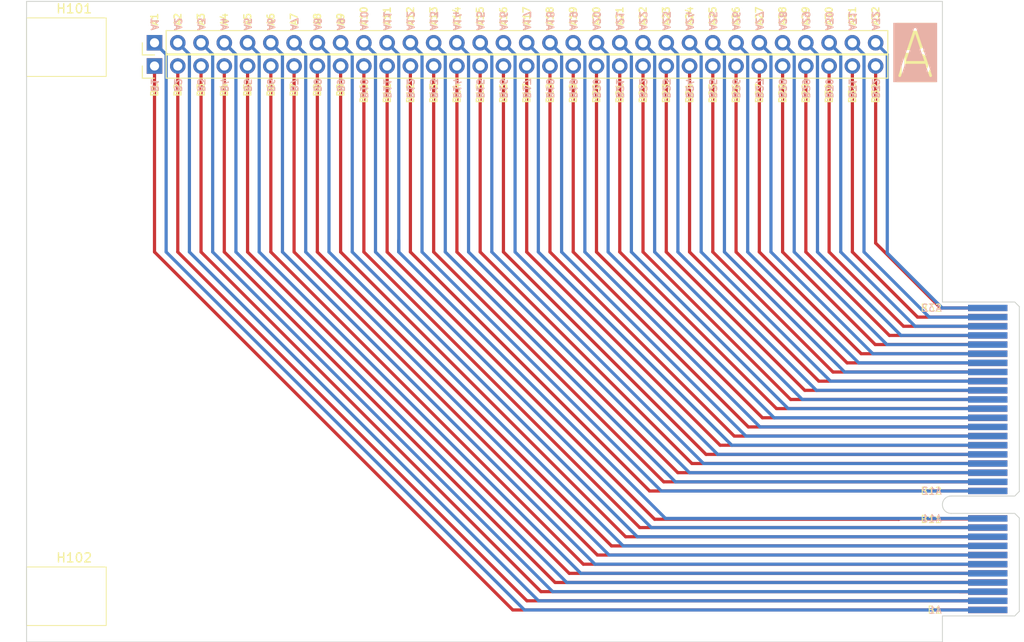
<source format=kicad_pcb>
(kicad_pcb (version 20241229) (generator "pcbnew") (generator_version "9.0")
  (layers (0 "F.Cu" signal) (2 "B.Cu" signal) (13 "F.Paste" user) (15 "B.Paste" user) (5 "F.SilkS" user "F.Silkscreen") (7 "B.SilkS" user "B.Silkscreen") (1 "F.Mask" user) (3 "B.Mask" user) (25 "Edge.Cuts" user))
  (net 0 "")
  (net 1 "Net-(J101-Pin_B26)")
  (net 2 "Net-(J101-Pin_B30)")
  (net 3 "Net-(J101-Pin_B27)")
  (net 4 "Net-(J101-Pin_B19)")
  (net 5 "Net-(J101-Pin_A32)")
  (net 6 "Net-(J101-Pin_A24)")
  (net 7 "Net-(J101-Pin_B6)")
  (net 8 "Net-(J101-Pin_A17)")
  (net 9 "Net-(J101-Pin_A21)")
  (net 10 "Net-(J101-Pin_B8)")
  (net 11 "Net-(J101-Pin_B5)")
  (net 12 "Net-(J101-Pin_A8)")
  (net 13 "Net-(J101-Pin_B20)")
  (net 14 "Net-(J101-Pin_B4)")
  (net 15 "Net-(J101-Pin_A15)")
  (net 16 "Net-(J101-Pin_B31)")
  (net 17 "Net-(J101-Pin_B17)")
  (net 18 "Net-(J101-Pin_A29)")
  (net 19 "Net-(J101-Pin_B2)")
  (net 20 "Net-(J101-Pin_A19)")
  (net 21 "Net-(J101-Pin_B11)")
  (net 22 "Net-(J101-Pin_A23)")
  (net 23 "Net-(J101-Pin_A31)")
  (net 24 "Net-(J101-Pin_A27)")
  (net 25 "Net-(J101-Pin_B18)")
  (net 26 "Net-(J101-Pin_B13)")
  (net 27 "Net-(J101-Pin_A9)")
  (net 28 "Net-(J101-Pin_A10)")
  (net 29 "Net-(J101-Pin_A12)")
  (net 30 "Net-(J101-Pin_A3)")
  (net 31 "Net-(J101-Pin_B32)")
  (net 32 "Net-(J101-Pin_A16)")
  (net 33 "Net-(J101-Pin_B1)")
  (net 34 "Net-(J101-Pin_A28)")
  (net 35 "Net-(J101-Pin_A20)")
  (net 36 "Net-(J101-Pin_A18)")
  (net 37 "Net-(J101-Pin_A13)")
  (net 38 "Net-(J101-Pin_B21)")
  (net 39 "Net-(J101-Pin_A5)")
  (net 40 "Net-(J101-Pin_A7)")
  (net 41 "Net-(J101-Pin_B7)")
  (net 42 "Net-(J101-Pin_B24)")
  (net 43 "Net-(J101-Pin_A6)")
  (net 44 "Net-(J101-Pin_A2)")
  (net 45 "Net-(J101-Pin_A1)")
  (net 46 "Net-(J101-Pin_B12)")
  (net 47 "Net-(J101-Pin_A25)")
  (net 48 "Net-(J101-Pin_B29)")
  (net 49 "Net-(J101-Pin_B28)")
  (net 50 "Net-(J101-Pin_A22)")
  (net 51 "Net-(J101-Pin_B9)")
  (net 52 "Net-(J101-Pin_B14)")
  (net 53 "Net-(J101-Pin_B22)")
  (net 54 "Net-(J101-Pin_B16)")
  (net 55 "Net-(J101-Pin_B23)")
  (net 56 "Net-(J101-Pin_A26)")
  (net 57 "Net-(J101-Pin_A4)")
  (net 58 "Net-(J101-Pin_B15)")
  (net 59 "Net-(J101-Pin_A14)")
  (net 60 "Net-(J101-Pin_A30)")
  (net 61 "Net-(J101-Pin_B10)")
  (net 62 "Net-(J101-Pin_A11)")
  (net 63 "Net-(J101-Pin_B25)")
  (net 64 "Net-(J101-Pin_B3)")
  (footprint "Connector_PinHeader_2.54mm:PinHeader_1x32_P2.54mm_Vertical" (layer "F.Cu") (at 99.47 50.56 90)
    (property "Reference" "J103" (hide yes))
    (property "Value" "Conn_01x32")
  )
  (footprint "Connector_PinHeader_2.54mm:PinHeader_1x32_P2.54mm_Vertical" (layer "F.Cu") (at 99.47 48.02 90)
    (property "Reference" "J102" (hide yes))
    (property "Value" "Conn_01x32")
  )
  (footprint "Mechanical Prototype:MountingBracket_612_M3" (layer "F.Cu") (at 90.7 108.5)
    (property "Reference" "H102")
    (property "Value" "MountingBracket_612")
  )
  (footprint "Mechanical Prototype:BUS_PCIexpress_x4" (layer "F.Cu") (at 190.45 110 90)
    (property "Reference" "J101" (hide yes))
    (property "Value" "Conn_02x32_Row_Letter_First")
    (fp_line (start 33.65 -4.95) (end 33.65 2.95) (stroke (width 0.1)) (layer "Edge.Cuts"))
    (fp_line (start -0.65 -4.95) (end -0.65 2.95) (stroke (width 0.1)) (layer "Edge.Cuts"))
    (fp_line (start 12.45 -4) (end 12.45 2.95) (stroke (width 0.1)) (layer "Edge.Cuts"))
    (fp_line (start 10.55 -4) (end 10.55 2.95) (stroke (width 0.1)) (layer "Edge.Cuts"))
    (fp_line (start 33.65 2.95) (end 33.15 3.45) (stroke (width 0.1)) (layer "Edge.Cuts"))
    (fp_line (start 12.45 2.95) (end 12.95 3.45) (stroke (width 0.1)) (layer "Edge.Cuts"))
    (fp_line (start 10.55 2.95) (end 10.05 3.45) (stroke (width 0.1)) (layer "Edge.Cuts"))
    (fp_line (start -0.65 2.95) (end -0.15 3.45) (stroke (width 0.1)) (layer "Edge.Cuts"))
    (fp_line (start 12.95 3.45) (end 33.15 3.45) (stroke (width 0.1)) (layer "Edge.Cuts"))
    (fp_line (start -0.15 3.45) (end 10.05 3.45) (stroke (width 0.1)) (layer "Edge.Cuts"))
    (fp_arc (start 10.55 -4) (mid 11.5 -4.95) (end 12.45 -4) (stroke (width 0.1)) (layer "Edge.Cuts"))
  )
  (footprint "Mechanical Prototype:MountingBracket_612_M3" (layer "F.Cu") (at 90.7 48.5)
    (property "Reference" "H101")
    (property "Value" "MountingBracket_612")
  )
  (gr_line (start 185.5 43.5) (end 85.5 43.5) (stroke (width 0.1)) (layer "Edge.Cuts"))
  (gr_line (start 185.5 113.5) (end 185.5 110.65) (stroke (width 0.1)) (layer "Edge.Cuts"))
  (gr_line (start 85.5 113.5) (end 185.5 113.5) (stroke (width 0.1)) (layer "Edge.Cuts"))
  (gr_line (start 185.5 76.35) (end 185.5 43.5) (stroke (width 0.1)) (layer "Edge.Cuts"))
  (gr_line (start 85.5 43.5) (end 85.5 113.5) (stroke (width 0.1)) (layer "Edge.Cuts"))
  (gr_text "B25" (at 160.43 52.338 90) (layer "F.SilkS") (effects (font (size 0.75 0.75) (thickness 0.15) (bold yes)) (justify right)))
  (gr_text "A13" (at 129.95 46.242 90) (layer "F.SilkS") (effects (font (size 0.75 0.75) (thickness 0.15) (bold yes)) (justify left)))
  (gr_text "B1\n" (at 185.5 110 0) (layer "F.SilkS") (effects (font (size 0.8 0.8) (thickness 0.1)) (justify right)))
  (gr_text "A7" (at 114.71 46.242 90) (layer "F.SilkS") (effects (font (size 0.75 0.75) (thickness 0.15) (bold yes)) (justify left)))
  (gr_text "A21" (at 150.27 46.242 90) (layer "F.SilkS") (effects (font (size 0.75 0.75) (thickness 0.15) (bold yes)) (justify left)))
  (gr_text "A2" (at 102.01 46.242 90) (layer "F.SilkS") (effects (font (size 0.75 0.75) (thickness 0.15) (bold yes)) (justify left)))
  (gr_text "A12" (at 127.41 46.242 90) (layer "F.SilkS") (effects (font (size 0.75 0.75) (thickness 0.15) (bold yes)) (justify left)))
  (gr_text "B19" (at 145.19 52.338 90) (layer "F.SilkS") (effects (font (size 0.75 0.75) (thickness 0.15) (bold yes)) (justify right)))
  (gr_text "A14" (at 132.49 46.242 90) (layer "F.SilkS") (effects (font (size 0.75 0.75) (thickness 0.15) (bold yes)) (justify left)))
  (gr_text "A3" (at 104.55 46.242 90) (layer "F.SilkS") (effects (font (size 0.75 0.75) (thickness 0.15) (bold yes)) (justify left)))
  (gr_text "B5" (at 109.63 52.338 90) (layer "F.SilkS") (effects (font (size 0.75 0.75) (thickness 0.15) (bold yes)) (justify right)))
  (gr_text "A32" (at 178.21 46.242 90) (layer "F.SilkS") (effects (font (size 0.75 0.75) (thickness 0.15) (bold yes)) (justify left)))
  (gr_text "B1" (at 99.47 52.338 90) (layer "F.SilkS") (effects (font (size 0.75 0.75) (thickness 0.15) (bold yes)) (justify right)))
  (gr_text "B4" (at 107.09 52.338 90) (layer "F.SilkS") (effects (font (size 0.75 0.75) (thickness 0.15) (bold yes)) (justify right)))
  (gr_text "B18" (at 142.65 52.338 90) (layer "F.SilkS") (effects (font (size 0.75 0.75) (thickness 0.15) (bold yes)) (justify right)))
  (gr_text "B16" (at 137.57 52.338 90) (layer "F.SilkS") (effects (font (size 0.75 0.75) (thickness 0.15) (bold yes)) (justify right)))
  (gr_text "B28" (at 168.05 52.338 90) (layer "F.SilkS") (effects (font (size 0.75 0.75) (thickness 0.15) (bold yes)) (justify right)))
  (gr_text "B22" (at 152.81 52.338 90) (layer "F.SilkS") (effects (font (size 0.75 0.75) (thickness 0.15) (bold yes)) (justify right)))
  (gr_text "B31" (at 175.67 52.338 90) (layer "F.SilkS") (effects (font (size 0.75 0.75) (thickness 0.15) (bold yes)) (justify right)))
  (gr_text "A18" (at 142.65 46.242 90) (layer "F.SilkS") (effects (font (size 0.75 0.75) (thickness 0.15) (bold yes)) (justify left)))
  (gr_text "B8" (at 117.25 52.338 90) (layer "F.SilkS") (effects (font (size 0.75 0.75) (thickness 0.15) (bold yes)) (justify right)))
  (gr_text "A20" (at 147.73 46.242 90) (layer "F.SilkS") (effects (font (size 0.75 0.75) (thickness 0.15) (bold yes)) (justify left)))
  (gr_text "B32" (at 185.5 77 0) (layer "F.SilkS") (effects (font (size 0.8 0.8) (thickness 0.1)) (justify right)))
  (gr_text "A8" (at 117.25 46.242 90) (layer "F.SilkS") (effects (font (size 0.75 0.75) (thickness 0.15) (bold yes)) (justify left)))
  (gr_text "B11" (at 124.87 52.338 90) (layer "F.SilkS") (effects (font (size 0.75 0.75) (thickness 0.15) (bold yes)) (justify right)))
  (gr_text "B12" (at 185.5 97 0) (layer "F.SilkS") (effects (font (size 0.8 0.8) (thickness 0.1)) (justify right)))
  (gr_text "A25" (at 160.43 46.242 90) (layer "F.SilkS") (effects (font (size 0.75 0.75) (thickness 0.15) (bold yes)) (justify left)))
  (gr_text "B12" (at 127.41 52.338 90) (layer "F.SilkS") (effects (font (size 0.75 0.75) (thickness 0.15) (bold yes)) (justify right)))
  (gr_text "A4" (at 107.09 46.242 90) (layer "F.SilkS") (effects (font (size 0.75 0.75) (thickness 0.15) (bold yes)) (justify left)))
  (gr_text "B15" (at 135.03 52.338 90) (layer "F.SilkS") (effects (font (size 0.75 0.75) (thickness 0.15) (bold yes)) (justify right)))
  (gr_text "A6" (at 112.17 46.242 90) (layer "F.SilkS") (effects (font (size 0.75 0.75) (thickness 0.15) (bold yes)) (justify left)))
  (gr_text "B24" (at 157.89 52.338 90) (layer "F.SilkS") (effects (font (size 0.75 0.75) (thickness 0.15) (bold yes)) (justify right)))
  (gr_text "A17" (at 140.11 46.242 90) (layer "F.SilkS") (effects (font (size 0.75 0.75) (thickness 0.15) (bold yes)) (justify left)))
  (gr_text "B7" (at 114.71 52.338 90) (layer "F.SilkS") (effects (font (size 0.75 0.75) (thickness 0.15) (bold yes)) (justify right)))
  (gr_text "A19" (at 145.19 46.242 90) (layer "F.SilkS") (effects (font (size 0.75 0.75) (thickness 0.15) (bold yes)) (justify left)))
  (gr_text "A15" (at 135.03 46.242 90) (layer "F.SilkS") (effects (font (size 0.75 0.75) (thickness 0.15) (bold yes)) (justify left)))
  (gr_text "A16" (at 137.57 46.242 90) (layer "F.SilkS") (effects (font (size 0.75 0.75) (thickness 0.15) (bold yes)) (justify left)))
  (gr_text "B3" (at 104.55 52.338 90) (layer "F.SilkS") (effects (font (size 0.75 0.75) (thickness 0.15) (bold yes)) (justify right)))
  (gr_text "B29" (at 170.59 52.338 90) (layer "F.SilkS") (effects (font (size 0.75 0.75) (thickness 0.15) (bold yes)) (justify right)))
  (gr_text "B17" (at 140.11 52.338 90) (layer "F.SilkS") (effects (font (size 0.75 0.75) (thickness 0.15) (bold yes)) (justify right)))
  (gr_text "A9" (at 119.79 46.242 90) (layer "F.SilkS") (effects (font (size 0.75 0.75) (thickness 0.15) (bold yes)) (justify left)))
  (gr_text "B30" (at 173.13 52.338 90) (layer "F.SilkS") (effects (font (size 0.75 0.75) (thickness 0.15) (bold yes)) (justify right)))
  (gr_text "B14" (at 132.49 52.338 90) (layer "F.SilkS") (effects (font (size 0.75 0.75) (thickness 0.15) (bold yes)) (justify right)))
  (gr_text "B2" (at 102.01 52.338 90) (layer "F.SilkS") (effects (font (size 0.75 0.75) (thickness 0.15) (bold yes)) (justify right)))
  (gr_text "A22" (at 152.81 46.242 90) (layer "F.SilkS") (effects (font (size 0.75 0.75) (thickness 0.15) (bold yes)) (justify left)))
  (gr_text "A10" (at 122.33 46.242 90) (layer "F.SilkS") (effects (font (size 0.75 0.75) (thickness 0.15) (bold yes)) (justify left)))
  (gr_text "A29" (at 170.59 46.242 90) (layer "F.SilkS") (effects (font (size 0.75 0.75) (thickness 0.15) (bold yes)) (justify left)))
  (gr_text "A28" (at 168.05 46.242 90) (layer "F.SilkS") (effects (font (size 0.75 0.75) (thickness 0.15) (bold yes)) (justify left)))
  (gr_text "A30" (at 173.13 46.242 90) (layer "F.SilkS") (effects (font (size 0.75 0.75) (thickness 0.15) (bold yes)) (justify left)))
  (gr_text "B9" (at 119.79 52.338 90) (layer "F.SilkS") (effects (font (size 0.75 0.75) (thickness 0.15) (bold yes)) (justify right)))
  (gr_text "B13" (at 129.95 52.338 90) (layer "F.SilkS") (effects (font (size 0.75 0.75) (thickness 0.15) (bold yes)) (justify right)))
  (gr_text "A27" (at 165.51 46.242 90) (layer "F.SilkS") (effects (font (size 0.75 0.75) (thickness 0.15) (bold yes)) (justify left)))
  (gr_text "A1" (at 99.47 46.242 90) (layer "F.SilkS") (effects (font (size 0.75 0.75) (thickness 0.15) (bold yes)) (justify left)))
  (gr_text "B26" (at 162.97 52.338 90) (layer "F.SilkS") (effects (font (size 0.75 0.75) (thickness 0.15) (bold yes)) (justify right)))
  (gr_text "B6" (at 112.17 52.338 90) (layer "F.SilkS") (effects (font (size 0.75 0.75) (thickness 0.15) (bold yes)) (justify right)))
  (gr_text "B27" (at 165.51 52.338 90) (layer "F.SilkS") (effects (font (size 0.75 0.75) (thickness 0.15) (bold yes)) (justify right)))
  (gr_text "A26" (at 162.97 46.242 90) (layer "F.SilkS") (effects (font (size 0.75 0.75) (thickness 0.15) (bold yes)) (justify left)))
  (gr_text "B21" (at 150.27 52.338 90) (layer "F.SilkS") (effects (font (size 0.75 0.75) (thickness 0.15) (bold yes)) (justify right)))
  (gr_text "A24" (at 157.89 46.242 90) (layer "F.SilkS") (effects (font (size 0.75 0.75) (thickness 0.15) (bold yes)) (justify left)))
  (gr_text "B" (at 182.528 49.29 0) (layer "F.SilkS" knockout) (effects (font (size 5.06 5.06) (thickness 0.3) (bold yes))))
  (gr_text "B20" (at 147.73 52.338 90) (layer "F.SilkS") (effects (font (size 0.75 0.75) (thickness 0.15) (bold yes)) (justify right)))
  (gr_text "B10" (at 122.33 52.338 90) (layer "F.SilkS") (effects (font (size 0.75 0.75) (thickness 0.15) (bold yes)) (justify right)))
  (gr_text "B11" (at 185.5 100.1 0) (layer "F.SilkS") (effects (font (size 0.8 0.8) (thickness 0.1)) (justify right)))
  (gr_text "B23" (at 155.35 52.338 90) (layer "F.SilkS") (effects (font (size 0.75 0.75) (thickness 0.15) (bold yes)) (justify right)))
  (gr_text "A11" (at 124.87 46.242 90) (layer "F.SilkS") (effects (font (size 0.75 0.75) (thickness 0.15) (bold yes)) (justify left)))
  (gr_text "A23" (at 155.35 46.242 90) (layer "F.SilkS") (effects (font (size 0.75 0.75) (thickness 0.15) (bold yes)) (justify left)))
  (gr_text "B32" (at 178.21 52.338 90) (layer "F.SilkS") (effects (font (size 0.75 0.75) (thickness 0.15) (bold yes)) (justify right)))
  (gr_text "A5" (at 109.63 46.242 90) (layer "F.SilkS") (effects (font (size 0.75 0.75) (thickness 0.15) (bold yes)) (justify left)))
  (gr_text "A31" (at 175.67 46.242 90) (layer "F.SilkS") (effects (font (size 0.75 0.75) (thickness 0.15) (bold yes)) (justify left)))
  (gr_text "A3" (at 104.55 46.75 270) (layer "B.SilkS") (effects (font (size 0.75 0.75) (thickness 0.15) (bold yes)) (justify left mirror)))
  (gr_text "B6" (at 112.17 51.83 270) (layer "B.SilkS") (effects (font (size 0.75 0.75) (thickness 0.15) (bold yes)) (justify right mirror)))
  (gr_text "B15" (at 135.03 51.83 270) (layer "B.SilkS") (effects (font (size 0.75 0.75) (thickness 0.15) (bold yes)) (justify right mirror)))
  (gr_text "B23" (at 155.35 51.83 270) (layer "B.SilkS") (effects (font (size 0.75 0.75) (thickness 0.15) (bold yes)) (justify right mirror)))
  (gr_text "A32" (at 178.21 46.75 270) (layer "B.SilkS") (effects (font (size 0.75 0.75) (thickness 0.15) (bold yes)) (justify left mirror)))
  (gr_text "A23" (at 155.35 46.75 270) (layer "B.SilkS") (effects (font (size 0.75 0.75) (thickness 0.15) (bold yes)) (justify left mirror)))
  (gr_text "A19" (at 145.19 46.75 270) (layer "B.SilkS") (effects (font (size 0.75 0.75) (thickness 0.15) (bold yes)) (justify left mirror)))
  (gr_text "A29" (at 170.59 46.75 270) (layer "B.SilkS") (effects (font (size 0.75 0.75) (thickness 0.15) (bold yes)) (justify left mirror)))
  (gr_text "A14" (at 132.49 46.75 270) (layer "B.SilkS") (effects (font (size 0.75 0.75) (thickness 0.15) (bold yes)) (justify left mirror)))
  (gr_text "B3" (at 104.55 51.83 270) (layer "B.SilkS") (effects (font (size 0.75 0.75) (thickness 0.15) (bold yes)) (justify right mirror)))
  (gr_text "B12" (at 127.41 51.83 270) (layer "B.SilkS") (effects (font (size 0.75 0.75) (thickness 0.15) (bold yes)) (justify right mirror)))
  (gr_text "B20" (at 147.73 51.83 270) (layer "B.SilkS") (effects (font (size 0.75 0.75) (thickness 0.15) (bold yes)) (justify right mirror)))
  (gr_text "B22" (at 152.81 51.83 270) (layer "B.SilkS") (effects (font (size 0.75 0.75) (thickness 0.15) (bold yes)) (justify right mirror)))
  (gr_text "B16" (at 137.57 51.83 270) (layer "B.SilkS") (effects (font (size 0.75 0.75) (thickness 0.15) (bold yes)) (justify right mirror)))
  (gr_text "B1" (at 99.47 51.83 270) (layer "B.SilkS") (effects (font (size 0.75 0.75) (thickness 0.15) (bold yes)) (justify right mirror)))
  (gr_text "A30" (at 173.13 46.75 270) (layer "B.SilkS") (effects (font (size 0.75 0.75) (thickness 0.15) (bold yes)) (justify left mirror)))
  (gr_text "A2" (at 102.01 46.75 270) (layer "B.SilkS") (effects (font (size 0.75 0.75) (thickness 0.15) (bold yes)) (justify left mirror)))
  (gr_text "A17" (at 140.11 46.75 270) (layer "B.SilkS") (effects (font (size 0.75 0.75) (thickness 0.15) (bold yes)) (justify left mirror)))
  (gr_text "B10" (at 122.33 51.83 270) (layer "B.SilkS") (effects (font (size 0.75 0.75) (thickness 0.15) (bold yes)) (justify right mirror)))
  (gr_text "A16" (at 137.57 46.75 270) (layer "B.SilkS") (effects (font (size 0.75 0.75) (thickness 0.15) (bold yes)) (justify left mirror)))
  (gr_text "B5" (at 109.63 51.83 270) (layer "B.SilkS") (effects (font (size 0.75 0.75) (thickness 0.15) (bold yes)) (justify right mirror)))
  (gr_text "A24" (at 157.89 46.75 270) (layer "B.SilkS") (effects (font (size 0.75 0.75) (thickness 0.15) (bold yes)) (justify left mirror)))
  (gr_text "A23" (at 155.35 46.75 270) (layer "B.SilkS") (effects (font (size 0.75 0.75) (thickness 0.15) (bold yes)) (justify left mirror)))
  (gr_text "B26" (at 162.97 51.83 270) (layer "B.SilkS") (effects (font (size 0.75 0.75) (thickness 0.15) (bold yes)) (justify right mirror)))
  (gr_text "A11" (at 124.87 46.75 270) (layer "B.SilkS") (effects (font (size 0.75 0.75) (thickness 0.15) (bold yes)) (justify left mirror)))
  (gr_text "A" (at 182.528 49.29 0) (layer "B.SilkS" knockout) (effects (font (size 5.06 5.06) (thickness 0.3) (bold yes)) (justify mirror)))
  (gr_text "A19" (at 145.19 46.75 270) (layer "B.SilkS") (effects (font (size 0.75 0.75) (thickness 0.15) (bold yes)) (justify left mirror)))
  (gr_text "B25" (at 160.43 51.83 270) (layer "B.SilkS") (effects (font (size 0.75 0.75) (thickness 0.15) (bold yes)) (justify right mirror)))
  (gr_text "A22" (at 152.81 46.75 270) (layer "B.SilkS") (effects (font (size 0.75 0.75) (thickness 0.15) (bold yes)) (justify left mirror)))
  (gr_text "A5" (at 109.63 46.75 270) (layer "B.SilkS") (effects (font (size 0.75 0.75) (thickness 0.15) (bold yes)) (justify left mirror)))
  (gr_text "B31" (at 175.67 51.83 270) (layer "B.SilkS") (effects (font (size 0.75 0.75) (thickness 0.15) (bold yes)) (justify right mirror)))
  (gr_text "A13" (at 129.95 46.75 270) (layer "B.SilkS") (effects (font (size 0.75 0.75) (thickness 0.15) (bold yes)) (justify left mirror)))
  (gr_text "B2" (at 102.01 51.83 270) (layer "B.SilkS") (effects (font (size 0.75 0.75) (thickness 0.15) (bold yes)) (justify right mirror)))
  (gr_text "A28" (at 168.05 46.75 270) (layer "B.SilkS") (effects (font (size 0.75 0.75) (thickness 0.15) (bold yes)) (justify left mirror)))
  (gr_text "A17" (at 140.11 46.75 270) (layer "B.SilkS") (effects (font (size 0.75 0.75) (thickness 0.15) (bold yes)) (justify left mirror)))
  (gr_text "A31" (at 175.67 46.75 270) (layer "B.SilkS") (effects (font (size 0.75 0.75) (thickness 0.15) (bold yes)) (justify left mirror)))
  (gr_text "A6" (at 112.17 46.75 270) (layer "B.SilkS") (effects (font (size 0.75 0.75) (thickness 0.15) (bold yes)) (justify left mirror)))
  (gr_text "A24" (at 157.89 46.75 270) (layer "B.SilkS") (effects (font (size 0.75 0.75) (thickness 0.15) (bold yes)) (justify left mirror)))
  (gr_text "A7" (at 114.71 46.75 270) (layer "B.SilkS") (effects (font (size 0.75 0.75) (thickness 0.15) (bold yes)) (justify left mirror)))
  (gr_text "A27" (at 165.51 46.75 270) (layer "B.SilkS") (effects (font (size 0.75 0.75) (thickness 0.15) (bold yes)) (justify left mirror)))
  (gr_text "A26" (at 162.97 46.75 270) (layer "B.SilkS") (effects (font (size 0.75 0.75) (thickness 0.15) (bold yes)) (justify left mirror)))
  (gr_text "A7" (at 114.71 46.75 270) (layer "B.SilkS") (effects (font (size 0.75 0.75) (thickness 0.15) (bold yes)) (justify left mirror)))
  (gr_text "A25" (at 160.43 46.75 270) (layer "B.SilkS") (effects (font (size 0.75 0.75) (thickness 0.15) (bold yes)) (justify left mirror)))
  (gr_text "A32" (at 185.5 77 0) (layer "B.SilkS") (effects (font (size 0.8 0.8) (thickness 0.1)) (justify left mirror)))
  (gr_text "A8" (at 117.25 46.75 270) (layer "B.SilkS") (effects (font (size 0.75 0.75) (thickness 0.15) (bold yes)) (justify left mirror)))
  (gr_text "A16" (at 137.57 46.75 270) (layer "B.SilkS") (effects (font (size 0.75 0.75) (thickness 0.15) (bold yes)) (justify left mirror)))
  (gr_text "A18" (at 142.65 46.75 270) (layer "B.SilkS") (effects (font (size 0.75 0.75) (thickness 0.15) (bold yes)) (justify left mirror)))
  (gr_text "A26" (at 162.97 46.75 270) (layer "B.SilkS") (effects (font (size 0.75 0.75) (thickness 0.15) (bold yes)) (justify left mirror)))
  (gr_text "B13" (at 129.95 51.83 270) (layer "B.SilkS") (effects (font (size 0.75 0.75) (thickness 0.15) (bold yes)) (justify right mirror)))
  (gr_text "A5" (at 109.63 46.75 270) (layer "B.SilkS") (effects (font (size 0.75 0.75) (thickness 0.15) (bold yes)) (justify left mirror)))
  (gr_text "B18" (at 142.65 51.83 270) (layer "B.SilkS") (effects (font (size 0.75 0.75) (thickness 0.15) (bold yes)) (justify right mirror)))
  (gr_text "A1" (at 185.5 110 0) (layer "B.SilkS") (effects (font (size 0.8 0.8) (thickness 0.1)) (justify left mirror)))
  (gr_text "B27" (at 165.51 51.83 270) (layer "B.SilkS") (effects (font (size 0.75 0.75) (thickness 0.15) (bold yes)) (justify right mirror)))
  (gr_text "A8" (at 117.25 46.75 270) (layer "B.SilkS") (effects (font (size 0.75 0.75) (thickness 0.15) (bold yes)) (justify left mirror)))
  (gr_text "A20" (at 147.73 46.75 270) (layer "B.SilkS") (effects (font (size 0.75 0.75) (thickness 0.15) (bold yes)) (justify left mirror)))
  (gr_text "A29" (at 170.59 46.75 270) (layer "B.SilkS") (effects (font (size 0.75 0.75) (thickness 0.15) (bold yes)) (justify left mirror)))
  (gr_text "B9" (at 119.79 51.83 270) (layer "B.SilkS") (effects (font (size 0.75 0.75) (thickness 0.15) (bold yes)) (justify right mirror)))
  (gr_text "A21" (at 150.27 46.75 270) (layer "B.SilkS") (effects (font (size 0.75 0.75) (thickness 0.15) (bold yes)) (justify left mirror)))
  (gr_text "B30" (at 173.13 51.83 270) (layer "B.SilkS") (effects (font (size 0.75 0.75) (thickness 0.15) (bold yes)) (justify right mirror)))
  (gr_text "A10" (at 122.33 46.75 270) (layer "B.SilkS") (effects (font (size 0.75 0.75) (thickness 0.15) (bold yes)) (justify left mirror)))
  (gr_text "A4" (at 107.09 46.75 270) (layer "B.SilkS") (effects (font (size 0.75 0.75) (thickness 0.15) (bold yes)) (justify left mirror)))
  (gr_text "A20" (at 147.73 46.75 270) (layer "B.SilkS") (effects (font (size 0.75 0.75) (thickness 0.15) (bold yes)) (justify left mirror)))
  (gr_text "A12" (at 127.41 46.75 270) (layer "B.SilkS") (effects (font (size 0.75 0.75) (thickness 0.15) (bold yes)) (justify left mirror)))
  (gr_text "B4" (at 107.09 51.83 270) (layer "B.SilkS") (effects (font (size 0.75 0.75) (thickness 0.15) (bold yes)) (justify right mirror)))
  (gr_text "A30" (at 173.13 46.75 270) (layer "B.SilkS") (effects (font (size 0.75 0.75) (thickness 0.15) (bold yes)) (justify left mirror)))
  (gr_text "A4" (at 107.09 46.75 270) (layer "B.SilkS") (effects (font (size 0.75 0.75) (thickness 0.15) (bold yes)) (justify left mirror)))
  (gr_text "A9" (at 119.79 46.75 270) (layer "B.SilkS") (effects (font (size 0.75 0.75) (thickness 0.15) (bold yes)) (justify left mirror)))
  (gr_text "A3" (at 104.55 46.75 270) (layer "B.SilkS") (effects (font (size 0.75 0.75) (thickness 0.15) (bold yes)) (justify left mirror)))
  (gr_text "A21" (at 150.27 46.75 270) (layer "B.SilkS") (effects (font (size 0.75 0.75) (thickness 0.15) (bold yes)) (justify left mirror)))
  (gr_text "B7" (at 114.71 51.83 270) (layer "B.SilkS") (effects (font (size 0.75 0.75) (thickness 0.15) (bold yes)) (justify right mirror)))
  (gr_text "B17" (at 140.11 51.83 270) (layer "B.SilkS") (effects (font (size 0.75 0.75) (thickness 0.15) (bold yes)) (justify right mirror)))
  (gr_text "A27" (at 165.51 46.75 270) (layer "B.SilkS") (effects (font (size 0.75 0.75) (thickness 0.15) (bold yes)) (justify left mirror)))
  (gr_text "A15" (at 135.03 46.75 270) (layer "B.SilkS") (effects (font (size 0.75 0.75) (thickness 0.15) (bold yes)) (justify left mirror)))
  (gr_text "B11" (at 124.87 51.83 270) (layer "B.SilkS") (effects (font (size 0.75 0.75) (thickness 0.15) (bold yes)) (justify right mirror)))
  (gr_text "A11" (at 124.87 46.75 270) (layer "B.SilkS") (effects (font (size 0.75 0.75) (thickness 0.15) (bold yes)) (justify left mirror)))
  (gr_text "A25" (at 160.43 46.75 270) (layer "B.SilkS") (effects (font (size 0.75 0.75) (thickness 0.15) (bold yes)) (justify left mirror)))
  (gr_text "B19" (at 145.19 51.83 270) (layer "B.SilkS") (effects (font (size 0.75 0.75) (thickness 0.15) (bold yes)) (justify right mirror)))
  (gr_text "A31" (at 175.67 46.75 270) (layer "B.SilkS") (effects (font (size 0.75 0.75) (thickness 0.15) (bold yes)) (justify left mirror)))
  (gr_text "B14" (at 132.49 51.83 270) (layer "B.SilkS") (effects (font (size 0.75 0.75) (thickness 0.15) (bold yes)) (justify right mirror)))
  (gr_text "A12" (at 185.5 97 0) (layer "B.SilkS") (effects (font (size 0.8 0.8) (thickness 0.1)) (justify left mirror)))
  (gr_text "A11" (at 185.5 100 0) (layer "B.SilkS") (effects (font (size 0.8 0.8) (thickness 0.1)) (justify left mirror)))
  (gr_text "A10" (at 122.33 46.75 270) (layer "B.SilkS") (effects (font (size 0.75 0.75) (thickness 0.15) (bold yes)) (justify left mirror)))
  (gr_text "B8" (at 117.25 51.83 270) (layer "B.SilkS") (effects (font (size 0.75 0.75) (thickness 0.15) (bold yes)) (justify right mirror)))
  (gr_text "A13" (at 129.95 46.75 270) (layer "B.SilkS") (effects (font (size 0.75 0.75) (thickness 0.15) (bold yes)) (justify left mirror)))
  (gr_text "A1" (at 99.47 46.75 270) (layer "B.SilkS") (effects (font (size 0.75 0.75) (thickness 0.15) (bold yes)) (justify left mirror)))
  (gr_text "B32" (at 178.21 51.83 270) (layer "B.SilkS") (effects (font (size 0.75 0.75) (thickness 0.15) (bold yes)) (justify right mirror)))
  (gr_text "B28" (at 168.05 51.83 270) (layer "B.SilkS") (effects (font (size 0.75 0.75) (thickness 0.15) (bold yes)) (justify right mirror)))
  (gr_text "A22" (at 152.81 46.75 270) (layer "B.SilkS") (effects (font (size 0.75 0.75) (thickness 0.15) (bold yes)) (justify left mirror)))
  (gr_text "A18" (at 142.65 46.75 270) (layer "B.SilkS") (effects (font (size 0.75 0.75) (thickness 0.15) (bold yes)) (justify left mirror)))
  (gr_text "A2" (at 102.01 46.75 270) (layer "B.SilkS") (effects (font (size 0.75 0.75) (thickness 0.15) (bold yes)) (justify left mirror)))
  (gr_text "A32" (at 178.21 46.75 270) (layer "B.SilkS") (effects (font (size 0.75 0.75) (thickness 0.15) (bold yes)) (justify left mirror)))
  (gr_text "A12" (at 127.41 46.75 270) (layer "B.SilkS") (effects (font (size 0.75 0.75) (thickness 0.15) (bold yes)) (justify left mirror)))
  (gr_text "A28" (at 168.05 46.75 270) (layer "B.SilkS") (effects (font (size 0.75 0.75) (thickness 0.15) (bold yes)) (justify left mirror)))
  (gr_text "A1" (at 99.47 46.75 270) (layer "B.SilkS") (effects (font (size 0.75 0.75) (thickness 0.15) (bold yes)) (justify left mirror)))
  (gr_text "A14" (at 132.49 46.75 270) (layer "B.SilkS") (effects (font (size 0.75 0.75) (thickness 0.15) (bold yes)) (justify left mirror)))
  (gr_text "A6" (at 112.17 46.75 270) (layer "B.SilkS") (effects (font (size 0.75 0.75) (thickness 0.15) (bold yes)) (justify left mirror)))
  (gr_text "B21" (at 150.27 51.83 270) (layer "B.SilkS") (effects (font (size 0.75 0.75) (thickness 0.15) (bold yes)) (justify right mirror)))
  (gr_text "B29" (at 170.59 51.83 270) (layer "B.SilkS") (effects (font (size 0.75 0.75) (thickness 0.15) (bold yes)) (justify right mirror)))
  (gr_text "A15" (at 135.03 46.75 270) (layer "B.SilkS") (effects (font (size 0.75 0.75) (thickness 0.15) (bold yes)) (justify left mirror)))
  (gr_text "A9" (at 119.79 46.75 270) (layer "B.SilkS") (effects (font (size 0.75 0.75) (thickness 0.15) (bold yes)) (justify left mirror)))
  (gr_text "B24" (at 157.89 51.83 270) (layer "B.SilkS") (effects (font (size 0.75 0.75) (thickness 0.15) (bold yes)) (justify right mirror)))
  (segment (start 190.45 83) (end 175.09 83) (width 0.35) (layer "F.Cu") (net 1))
  (segment (start 175.09 83) (end 162.97 70.88) (width 0.35) (layer "F.Cu") (net 1))
  (segment (start 162.97 70.88) (end 162.97 50.56) (width 0.35) (layer "F.Cu") (net 1))
  (segment (start 190.45 79) (end 181.25 79) (width 0.35) (layer "F.Cu") (net 2))
  (segment (start 181.25 79) (end 173.13 70.88) (width 0.35) (layer "F.Cu") (net 2))
  (segment (start 173.13 70.88) (end 173.13 50.56) (width 0.35) (layer "F.Cu") (net 2))
  (segment (start 165.51 70.88) (end 176.63 82) (width 0.35) (layer "F.Cu") (net 3))
  (segment (start 176.63 82) (end 190.45 82) (width 0.35) (layer "F.Cu") (net 3))
  (segment (start 165.51 50.56) (end 165.51 70.88) (width 0.35) (layer "F.Cu") (net 3))
  (segment (start 164.31 90) (end 190.45 90) (width 0.35) (layer "F.Cu") (net 4))
  (segment (start 145.19 70.88) (end 164.31 90) (width 0.35) (layer "F.Cu") (net 4))
  (segment (start 145.19 50.56) (end 145.19 70.88) (width 0.35) (layer "F.Cu") (net 4))
  (segment (start 179.48 71.003166) (end 185.476834 77) (width 0.35) (layer "B.Cu") (net 5))
  (segment (start 185.476834 77) (end 190.45 77) (width 0.35) (layer "B.Cu") (net 5))
  (segment (start 179.48 49.29) (end 179.48 71.003166) (width 0.35) (layer "B.Cu") (net 5))
  (segment (start 178.21 48.02) (end 179.48 49.29) (width 0.35) (layer "B.Cu") (net 5))
  (segment (start 159.16 49.29) (end 157.89 48.02) (width 0.35) (layer "B.Cu") (net 6))
  (segment (start 159.16 70.88) (end 173.28 85) (width 0.35) (layer "B.Cu") (net 6))
  (segment (start 159.16 70.88) (end 159.16 49.29) (width 0.35) (layer "B.Cu") (net 6))
  (segment (start 173.28 85) (end 190.45 85) (width 0.35) (layer "B.Cu") (net 6))
  (segment (start 112.17 70.88) (end 146.29 105) (width 0.35) (layer "F.Cu") (net 7))
  (segment (start 112.17 50.56) (end 112.17 70.88) (width 0.35) (layer "F.Cu") (net 7))
  (segment (start 146.29 105) (end 190.45 105) (width 0.35) (layer "F.Cu") (net 7))
  (segment (start 140.11 48.02) (end 141.38 49.29) (width 0.35) (layer "B.Cu") (net 8))
  (segment (start 162.5 92) (end 190.45 92) (width 0.35) (layer "B.Cu") (net 8))
  (segment (start 141.38 70.88) (end 162.5 92) (width 0.35) (layer "B.Cu") (net 8))
  (segment (start 141.38 49.29) (end 141.38 70.88) (width 0.35) (layer "B.Cu") (net 8))
  (segment (start 151.54 49.29) (end 151.54 70.88) (width 0.35) (layer "B.Cu") (net 9))
  (segment (start 151.54 70.88) (end 168.66 88) (width 0.35) (layer "B.Cu") (net 9))
  (segment (start 150.27 48.02) (end 151.54 49.29) (width 0.35) (layer "B.Cu") (net 9))
  (segment (start 168.66 88) (end 190.45 88) (width 0.35) (layer "B.Cu") (net 9))
  (segment (start 117.25 50.56) (end 117.25 70.88) (width 0.35) (layer "F.Cu") (net 10))
  (segment (start 149.37 103) (end 190.45 103) (width 0.35) (layer "F.Cu") (net 10))
  (segment (start 117.25 70.88) (end 149.37 103) (width 0.35) (layer "F.Cu") (net 10))
  (segment (start 144.75 106) (end 190.45 106) (width 0.35) (layer "F.Cu") (net 11))
  (segment (start 109.63 70.88) (end 144.75 106) (width 0.35) (layer "F.Cu") (net 11))
  (segment (start 109.63 50.56) (end 109.63 70.88) (width 0.35) (layer "F.Cu") (net 11))
  (segment (start 118.52 49.29) (end 118.52 70.88) (width 0.35) (layer "B.Cu") (net 12))
  (segment (start 118.52 70.88) (end 150.64 103) (width 0.35) (layer "B.Cu") (net 12))
  (segment (start 150.64 103) (end 190.45 103) (width 0.35) (layer "B.Cu") (net 12))
  (segment (start 117.25 48.02) (end 118.52 49.29) (width 0.35) (layer "B.Cu") (net 12))
  (segment (start 165.85 89) (end 147.73 70.88) (width 0.35) (layer "F.Cu") (net 13))
  (segment (start 190.45 89) (end 165.85 89) (width 0.35) (layer "F.Cu") (net 13))
  (segment (start 147.73 70.88) (end 147.73 50.56) (width 0.35) (layer "F.Cu") (net 13))
  (segment (start 107.09 70.88) (end 143.21 107) (width 0.35) (layer "F.Cu") (net 14))
  (segment (start 143.21 107) (end 190.45 107) (width 0.35) (layer "F.Cu") (net 14))
  (segment (start 107.09 50.56) (end 107.09 70.88) (width 0.35) (layer "F.Cu") (net 14))
  (segment (start 136.3 70.88) (end 159.42 94) (width 0.35) (layer "B.Cu") (net 15))
  (segment (start 135.03 48.02) (end 136.3 49.29) (width 0.35) (layer "B.Cu") (net 15))
  (segment (start 136.3 49.29) (end 136.3 70.88) (width 0.35) (layer "B.Cu") (net 15))
  (segment (start 159.42 94) (end 190.45 94) (width 0.35) (layer "B.Cu") (net 15))
  (segment (start 175.67 50.56) (end 175.67 70.88) (width 0.35) (layer "F.Cu") (net 16))
  (segment (start 182.79 78) (end 190.45 78) (width 0.35) (layer "F.Cu") (net 16))
  (segment (start 175.67 70.88) (end 182.79 78) (width 0.35) (layer "F.Cu") (net 16))
  (segment (start 140.11 50.56) (end 140.11 70.88) (width 0.35) (layer "F.Cu") (net 17))
  (segment (start 161.23 92) (end 190.45 92) (width 0.35) (layer "F.Cu") (net 17))
  (segment (start 140.11 70.88) (end 161.23 92) (width 0.35) (layer "F.Cu") (net 17))
  (segment (start 171.86 49.29) (end 171.86 70.88) (width 0.35) (layer "B.Cu") (net 18))
  (segment (start 171.86 70.88) (end 180.98 80) (width 0.35) (layer "B.Cu") (net 18))
  (segment (start 180.98 80) (end 190.45 80) (width 0.35) (layer "B.Cu") (net 18))
  (segment (start 170.59 48.02) (end 171.86 49.29) (width 0.35) (layer "B.Cu") (net 18))
  (segment (start 140.13 109) (end 102.01 70.88) (width 0.35) (layer "F.Cu") (net 19))
  (segment (start 190.45 109) (end 140.13 109) (width 0.35) (layer "F.Cu") (net 19))
  (segment (start 102.01 70.88) (end 102.01 50.56) (width 0.35) (layer "F.Cu") (net 19))
  (segment (start 165.58 90) (end 190.45 90) (width 0.35) (layer "B.Cu") (net 20))
  (segment (start 146.46 49.29) (end 146.46 70.88) (width 0.35) (layer "B.Cu") (net 20))
  (segment (start 146.46 70.88) (end 165.58 90) (width 0.35) (layer "B.Cu") (net 20))
  (segment (start 145.19 48.02) (end 146.46 49.29) (width 0.35) (layer "B.Cu") (net 20))
  (segment (start 180.789 100.051) (end 190.45 100.051) (width 0.35) (layer "F.Cu") (net 21))
  (segment (start 154.08 100.09) (end 180.75 100.09) (width 0.35) (layer "F.Cu") (net 21))
  (segment (start 180.75 100.09) (end 180.789 100.051) (width 0.35) (layer "F.Cu") (net 21))
  (segment (start 124.87 70.88) (end 154.08 100.09) (width 0.35) (layer "F.Cu") (net 21))
  (segment (start 124.87 50.56) (end 124.87 70.88) (width 0.35) (layer "F.Cu") (net 21))
  (segment (start 156.62 49.29) (end 156.62 70.88) (width 0.35) (layer "B.Cu") (net 22))
  (segment (start 171.74 86) (end 190.45 86) (width 0.35) (layer "B.Cu") (net 22))
  (segment (start 156.62 70.88) (end 171.74 86) (width 0.35) (layer "B.Cu") (net 22))
  (segment (start 155.35 48.02) (end 156.62 49.29) (width 0.35) (layer "B.Cu") (net 22))
  (segment (start 184.06 78) (end 190.45 78) (width 0.35) (layer "B.Cu") (net 23))
  (segment (start 175.67 48.02) (end 176.94 49.29) (width 0.35) (layer "B.Cu") (net 23))
  (segment (start 176.94 49.29) (end 176.94 70.88) (width 0.35) (layer "B.Cu") (net 23))
  (segment (start 176.94 70.88) (end 184.06 78) (width 0.35) (layer "B.Cu") (net 23))
  (segment (start 177.9 82) (end 190.45 82) (width 0.35) (layer "B.Cu") (net 24))
  (segment (start 166.78 49.29) (end 166.78 70.88) (width 0.35) (layer "B.Cu") (net 24))
  (segment (start 166.78 70.88) (end 177.9 82) (width 0.35) (layer "B.Cu") (net 24))
  (segment (start 165.51 48.02) (end 166.78 49.29) (width 0.35) (layer "B.Cu") (net 24))
  (segment (start 162.77 91) (end 190.45 91) (width 0.35) (layer "F.Cu") (net 25))
  (segment (start 142.65 50.56) (end 142.65 70.88) (width 0.35) (layer "F.Cu") (net 25))
  (segment (start 142.65 70.88) (end 162.77 91) (width 0.35) (layer "F.Cu") (net 25))
  (segment (start 129.95 50.56) (end 129.95 70.88) (width 0.35) (layer "F.Cu") (net 26))
  (segment (start 129.95 70.88) (end 155.07 96) (width 0.35) (layer "F.Cu") (net 26))
  (segment (start 155.07 96) (end 190.45 96) (width 0.35) (layer "F.Cu") (net 26))
  (segment (start 121.06 70.88) (end 152.18 102) (width 0.35) (layer "B.Cu") (net 27))
  (segment (start 152.18 102) (end 190.45 102) (width 0.35) (layer "B.Cu") (net 27))
  (segment (start 121.06 49.29) (end 121.06 70.88) (width 0.35) (layer "B.Cu") (net 27))
  (segment (start 119.79 48.02) (end 121.06 49.29) (width 0.35) (layer "B.Cu") (net 27))
  (segment (start 122.33 48.02) (end 123.6 49.29) (width 0.35) (layer "B.Cu") (net 28))
  (segment (start 123.6 49.29) (end 123.6 70.88) (width 0.35) (layer "B.Cu") (net 28))
  (segment (start 153.72 101) (end 190.45 101) (width 0.35) (layer "B.Cu") (net 28))
  (segment (start 123.6 70.88) (end 153.72 101) (width 0.35) (layer "B.Cu") (net 28))
  (segment (start 127.41 48.02) (end 128.68 49.29) (width 0.35) (layer "B.Cu") (net 29))
  (segment (start 128.68 70.88) (end 154.8 97) (width 0.35) (layer "B.Cu") (net 29))
  (segment (start 154.8 97) (end 190.45 97) (width 0.35) (layer "B.Cu") (net 29))
  (segment (start 128.68 49.29) (end 128.68 70.88) (width 0.35) (layer "B.Cu") (net 29))
  (segment (start 105.82 70.88) (end 142.94 108) (width 0.35) (layer "B.Cu") (net 30))
  (segment (start 142.94 108) (end 190.45 108) (width 0.35) (layer "B.Cu") (net 30))
  (segment (start 104.55 48.02) (end 105.82 49.29) (width 0.35) (layer "B.Cu") (net 30))
  (segment (start 105.82 49.29) (end 105.82 70.88) (width 0.35) (layer "B.Cu") (net 30))
  (segment (start 185.300058 77) (end 178.21 69.909942) (width 0.35) (layer "F.Cu") (net 31))
  (segment (start 190.45 77) (end 185.300058 77) (width 0.35) (layer "F.Cu") (net 31))
  (segment (start 178.21 69.909942) (end 178.21 50.56) (width 0.35) (layer "F.Cu") (net 31))
  (segment (start 138.84 49.29) (end 138.84 70.88) (width 0.35) (layer "B.Cu") (net 32))
  (segment (start 138.84 70.88) (end 160.96 93) (width 0.35) (layer "B.Cu") (net 32))
  (segment (start 137.57 48.02) (end 138.84 49.29) (width 0.35) (layer "B.Cu") (net 32))
  (segment (start 160.96 93) (end 190.45 93) (width 0.35) (layer "B.Cu") (net 32))
  (segment (start 138.59 110) (end 190.45 110) (width 0.35) (layer "F.Cu") (net 33))
  (segment (start 99.47 70.88) (end 138.59 110) (width 0.35) (layer "F.Cu") (net 33))
  (segment (start 99.47 50.56) (end 99.47 70.88) (width 0.35) (layer "F.Cu") (net 33))
  (segment (start 179.44 81) (end 190.45 81) (width 0.35) (layer "B.Cu") (net 34))
  (segment (start 169.32 49.29) (end 169.32 70.88) (width 0.35) (layer "B.Cu") (net 34))
  (segment (start 168.05 48.02) (end 169.32 49.29) (width 0.35) (layer "B.Cu") (net 34))
  (segment (start 169.32 70.88) (end 179.44 81) (width 0.35) (layer "B.Cu") (net 34))
  (segment (start 149 70.88) (end 167.12 89) (width 0.35) (layer "B.Cu") (net 35))
  (segment (start 149 49.29) (end 149 70.88) (width 0.35) (layer "B.Cu") (net 35))
  (segment (start 167.12 89) (end 190.45 89) (width 0.35) (layer "B.Cu") (net 35))
  (segment (start 147.73 48.02) (end 149 49.29) (width 0.35) (layer "B.Cu") (net 35))
  (segment (start 142.65 48.02) (end 143.92 49.29) (width 0.35) (layer "B.Cu") (net 36))
  (segment (start 143.92 70.88) (end 164.04 91) (width 0.35) (layer "B.Cu") (net 36))
  (segment (start 143.92 49.29) (end 143.92 70.88) (width 0.35) (layer "B.Cu") (net 36))
  (segment (start 164.04 91) (end 190.45 91) (width 0.35) (layer "B.Cu") (net 36))
  (segment (start 131.22 49.29) (end 131.22 70.88) (width 0.35) (layer "B.Cu") (net 37))
  (segment (start 156.34 96) (end 190.45 96) (width 0.35) (layer "B.Cu") (net 37))
  (segment (start 129.95 48.02) (end 131.22 49.29) (width 0.35) (layer "B.Cu") (net 37))
  (segment (start 131.22 70.88) (end 156.34 96) (width 0.35) (layer "B.Cu") (net 37))
  (segment (start 150.27 70.88) (end 167.39 88) (width 0.35) (layer "F.Cu") (net 38))
  (segment (start 167.39 88) (end 190.45 88) (width 0.35) (layer "F.Cu") (net 38))
  (segment (start 150.27 50.56) (end 150.27 70.88) (width 0.35) (layer "F.Cu") (net 38))
  (segment (start 110.9 70.88) (end 146.02 106) (width 0.35) (layer "B.Cu") (net 39))
  (segment (start 109.63 48.02) (end 110.9 49.29) (width 0.35) (layer "B.Cu") (net 39))
  (segment (start 146.02 106) (end 190.45 106) (width 0.35) (layer "B.Cu") (net 39))
  (segment (start 110.9 49.29) (end 110.9 70.88) (width 0.35) (layer "B.Cu") (net 39))
  (segment (start 114.71 48.02) (end 115.98 49.29) (width 0.35) (layer "B.Cu") (net 40))
  (segment (start 115.98 49.29) (end 115.98 70.88) (width 0.35) (layer "B.Cu") (net 40))
  (segment (start 115.98 70.88) (end 149.1 104) (width 0.35) (layer "B.Cu") (net 40))
  (segment (start 149.1 104) (end 190.45 104) (width 0.35) (layer "B.Cu") (net 40))
  (segment (start 114.71 50.56) (end 114.71 70.88) (width 0.35) (layer "F.Cu") (net 41))
  (segment (start 147.83 104) (end 190.45 104) (width 0.35) (layer "F.Cu") (net 41))
  (segment (start 114.71 70.88) (end 147.83 104) (width 0.35) (layer "F.Cu") (net 41))
  (segment (start 157.89 70.88) (end 157.89 50.56) (width 0.35) (layer "F.Cu") (net 42))
  (segment (start 190.45 85) (end 172.01 85) (width 0.35) (layer "F.Cu") (net 42))
  (segment (start 172.01 85) (end 157.89 70.88) (width 0.35) (layer "F.Cu") (net 42))
  (segment (start 113.44 70.88) (end 147.56 105) (width 0.35) (layer "B.Cu") (net 43))
  (segment (start 112.17 48.02) (end 113.44 49.29) (width 0.35) (layer "B.Cu") (net 43))
  (segment (start 147.56 105) (end 190.45 105) (width 0.35) (layer "B.Cu") (net 43))
  (segment (start 113.44 49.29) (end 113.44 70.88) (width 0.35) (layer "B.Cu") (net 43))
  (segment (start 141.4 109) (end 190.45 109) (width 0.35) (layer "B.Cu") (net 44))
  (segment (start 102.01 48.02) (end 103.28 49.29) (width 0.35) (layer "B.Cu") (net 44))
  (segment (start 103.28 70.88) (end 141.4 109) (width 0.35) (layer "B.Cu") (net 44))
  (segment (start 103.28 49.29) (end 103.28 70.88) (width 0.35) (layer "B.Cu") (net 44))
  (segment (start 99.47 48.02) (end 100.74 49.29) (width 0.35) (layer "B.Cu") (net 45))
  (segment (start 100.74 49.29) (end 100.74 70.88) (width 0.35) (layer "B.Cu") (net 45))
  (segment (start 139.86 110) (end 190.45 110) (width 0.35) (layer "B.Cu") (net 45))
  (segment (start 100.74 70.88) (end 139.86 110) (width 0.35) (layer "B.Cu") (net 45))
  (segment (start 127.41 70.88) (end 153.53 97) (width 0.35) (layer "F.Cu") (net 46))
  (segment (start 127.41 50.56) (end 127.41 70.88) (width 0.35) (layer "F.Cu") (net 46))
  (segment (start 153.53 97) (end 190.45 97) (width 0.35) (layer "F.Cu") (net 46))
  (segment (start 174.82 84) (end 190.45 84) (width 0.35) (layer "B.Cu") (net 47))
  (segment (start 161.7 49.29) (end 161.7 70.88) (width 0.35) (layer "B.Cu") (net 47))
  (segment (start 160.43 48.02) (end 161.7 49.29) (width 0.35) (layer "B.Cu") (net 47))
  (segment (start 161.7 70.88) (end 174.82 84) (width 0.35) (layer "B.Cu") (net 47))
  (segment (start 170.59 70.88) (end 179.71 80) (width 0.35) (layer "F.Cu") (net 48))
  (segment (start 179.71 80) (end 190.45 80) (width 0.35) (layer "F.Cu") (net 48))
  (segment (start 170.59 50.56) (end 170.59 70.88) (width 0.35) (layer "F.Cu") (net 48))
  (segment (start 178.17 81) (end 168.05 70.88) (width 0.35) (layer "F.Cu") (net 49))
  (segment (start 168.05 70.88) (end 168.05 50.56) (width 0.35) (layer "F.Cu") (net 49))
  (segment (start 190.45 81) (end 178.17 81) (width 0.35) (layer "F.Cu") (net 49))
  (segment (start 154.08 49.29) (end 154.08 70.88) (width 0.35) (layer "B.Cu") (net 50))
  (segment (start 170.2 87) (end 190.45 87) (width 0.35) (layer "B.Cu") (net 50))
  (segment (start 154.08 70.88) (end 170.2 87) (width 0.35) (layer "B.Cu") (net 50))
  (segment (start 152.81 48.02) (end 154.08 49.29) (width 0.35) (layer "B.Cu") (net 50))
  (segment (start 119.79 50.56) (end 119.79 70.88) (width 0.35) (layer "F.Cu") (net 51))
  (segment (start 150.91 102) (end 190.45 102) (width 0.35) (layer "F.Cu") (net 51))
  (segment (start 119.79 70.88) (end 150.91 102) (width 0.35) (layer "F.Cu") (net 51))
  (segment (start 132.49 50.56) (end 132.49 70.88) (width 0.35) (layer "F.Cu") (net 52))
  (segment (start 132.49 70.88) (end 156.61 95) (width 0.35) (layer "F.Cu") (net 52))
  (segment (start 156.61 95) (end 190.45 95) (width 0.35) (layer "F.Cu") (net 52))
  (segment (start 152.81 70.88) (end 152.81 50.56) (width 0.35) (layer "F.Cu") (net 53))
  (segment (start 168.93 87) (end 152.81 70.88) (width 0.35) (layer "F.Cu") (net 53))
  (segment (start 190.45 87) (end 168.93 87) (width 0.35) (layer "F.Cu") (net 53))
  (segment (start 137.57 70.88) (end 159.69 93) (width 0.35) (layer "F.Cu") (net 54))
  (segment (start 159.69 93) (end 190.45 93) (width 0.35) (layer "F.Cu") (net 54))
  (segment (start 137.57 50.56) (end 137.57 70.88) (width 0.35) (layer "F.Cu") (net 54))
  (segment (start 155.35 70.88) (end 170.47 86) (width 0.35) (layer "F.Cu") (net 55))
  (segment (start 155.35 50.56) (end 155.35 70.88) (width 0.35) (layer "F.Cu") (net 55))
  (segment (start 170.47 86) (end 190.45 86) (width 0.35) (layer "F.Cu") (net 55))
  (segment (start 164.24 70.88) (end 176.36 83) (width 0.35) (layer "B.Cu") (net 56))
  (segment (start 176.36 83) (end 190.45 83) (width 0.35) (layer "B.Cu") (net 56))
  (segment (start 164.24 49.29) (end 164.24 70.88) (width 0.35) (layer "B.Cu") (net 56))
  (segment (start 162.97 48.02) (end 164.24 49.29) (width 0.35) (layer "B.Cu") (net 56))
  (segment (start 107.09 48.02) (end 108.36 49.29) (width 0.35) (layer "B.Cu") (net 57))
  (segment (start 108.36 49.29) (end 108.36 70.88) (width 0.35) (layer "B.Cu") (net 57))
  (segment (start 108.36 70.88) (end 144.48 107) (width 0.35) (layer "B.Cu") (net 57))
  (segment (start 144.48 107) (end 190.45 107) (width 0.35) (layer "B.Cu") (net 57))
  (segment (start 158.15 94) (end 190.45 94) (width 0.35) (layer "F.Cu") (net 58))
  (segment (start 135.03 70.88) (end 158.15 94) (width 0.35) (layer "F.Cu") (net 58))
  (segment (start 135.03 50.56) (end 135.03 70.88) (width 0.35) (layer "F.Cu") (net 58))
  (segment (start 133.76 70.88) (end 157.88 95) (width 0.35) (layer "B.Cu") (net 59))
  (segment (start 133.76 49.29) (end 133.76 70.88) (width 0.35) (layer "B.Cu") (net 59))
  (segment (start 157.88 95) (end 190.45 95) (width 0.35) (layer "B.Cu") (net 59))
  (segment (start 132.49 48.02) (end 133.76 49.29) (width 0.35) (layer "B.Cu") (net 59))
  (segment (start 174.4 70.88) (end 182.52 79) (width 0.35) (layer "B.Cu") (net 60))
  (segment (start 182.52 79) (end 190.45 79) (width 0.35) (layer "B.Cu") (net 60))
  (segment (start 173.13 48.02) (end 174.4 49.29) (width 0.35) (layer "B.Cu") (net 60))
  (segment (start 174.4 49.29) (end 174.4 70.88) (width 0.35) (layer "B.Cu") (net 60))
  (segment (start 152.45 101) (end 122.33 70.88) (width 0.35) (layer "F.Cu") (net 61))
  (segment (start 190.45 101) (end 152.45 101) (width 0.35) (layer "F.Cu") (net 61))
  (segment (start 122.33 50.56) (end 122.33 70.88) (width 0.35) (layer "F.Cu") (net 61))
  (segment (start 126.14 70.88) (end 155.26 100) (width 0.35) (layer "B.Cu") (net 62))
  (segment (start 124.87 48.02) (end 126.14 49.29) (width 0.35) (layer "B.Cu") (net 62))
  (segment (start 126.14 49.29) (end 126.14 70.88) (width 0.35) (layer "B.Cu") (net 62))
  (segment (start 126.14 70.88) (end 126.14 69.61) (width 0.35) (layer "B.Cu") (net 62))
  (segment (start 155.26 100) (end 190.45 100) (width 0.35) (layer "B.Cu") (net 62))
  (segment (start 160.43 50.56) (end 160.43 70.88) (width 0.35) (layer "F.Cu") (net 63))
  (segment (start 160.43 70.88) (end 173.55 84) (width 0.35) (layer "F.Cu") (net 63))
  (segment (start 173.55 84) (end 190.45 84) (width 0.35) (layer "F.Cu") (net 63))
  (segment (start 190.45 108) (end 187.39 108) (width 0.35) (layer "F.Cu") (net 64))
  (segment (start 104.55 70.88) (end 141.67 108) (width 0.35) (layer "F.Cu") (net 64))
  (segment (start 104.55 50.56) (end 104.55 70.88) (width 0.35) (layer "F.Cu") (net 64))
  (segment (start 141.67 108) (end 190.45 108) (width 0.35) (layer "F.Cu") (net 64))
)
</source>
